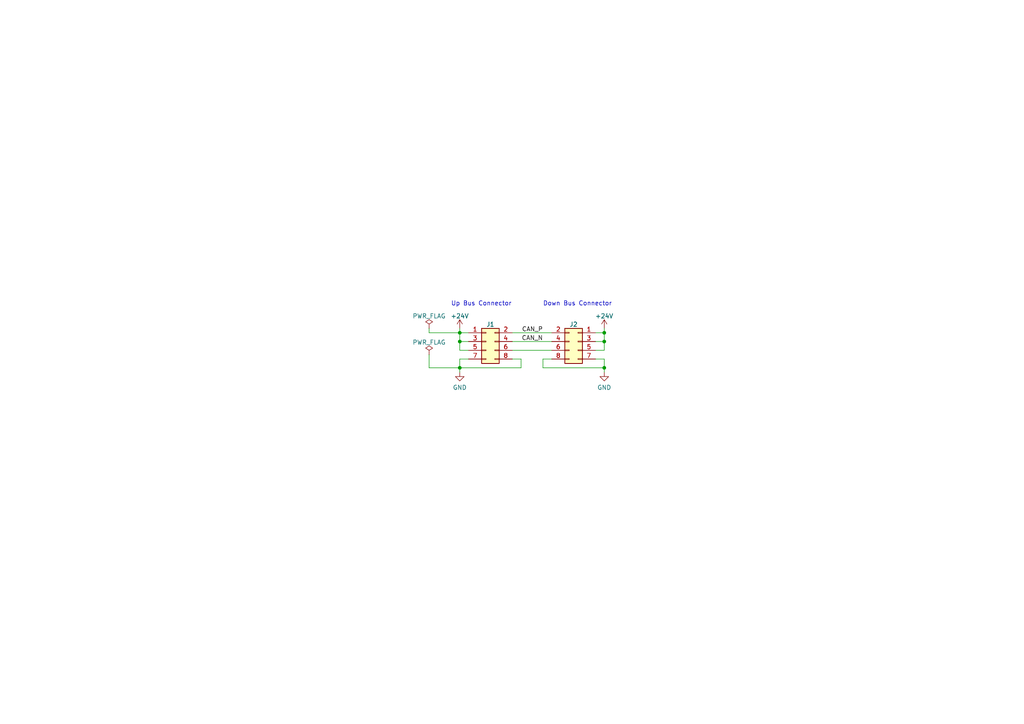
<source format=kicad_sch>
(kicad_sch (version 20211123) (generator eeschema)
  (paper "A4")
  (lib_symbols
    (symbol "Connector_Generic:Conn_02x04_Odd_Even" (pin_names (offset 1.016) hide)
      (property "Reference" "J" (at 1.27 5.08 0))
      (property "Value" "Conn_02x04_Odd_Even" (at 1.27 -7.62 0))
      (symbol "Conn_02x04_Odd_Even_1_1"
        (rectangle (start -1.27 -4.953) (end 0 -5.207) (stroke (width 0.1524)))
        (rectangle (start -1.27 -2.413) (end 0 -2.667) (stroke (width 0.1524)))
        (rectangle (start -1.27 0.127) (end 0 -0.127) (stroke (width 0.1524)))
        (rectangle (start -1.27 2.667) (end 0 2.413) (stroke (width 0.1524)))
        (rectangle (start -1.27 3.81) (end 3.81 -6.35) (stroke (width 0.254)) (fill (type background)))
        (rectangle (start 3.81 -4.953) (end 2.54 -5.207) (stroke (width 0.1524)))
        (rectangle (start 3.81 -2.413) (end 2.54 -2.667) (stroke (width 0.1524)))
        (rectangle (start 3.81 0.127) (end 2.54 -0.127) (stroke (width 0.1524)))
        (rectangle (start 3.81 2.667) (end 2.54 2.413) (stroke (width 0.1524)))
        (pin passive line (at -5.08 2.54 0) (length 3.81) (name "Pin_1") (number "1"))
        (pin passive line (at 7.62 2.54 180) (length 3.81) (name "Pin_2") (number "2"))
        (pin passive line (at -5.08 0 0) (length 3.81) (name "Pin_3") (number "3"))
        (pin passive line (at 7.62 0 180) (length 3.81) (name "Pin_4") (number "4"))
        (pin passive line (at -5.08 -2.54 0) (length 3.81) (name "Pin_5") (number "5"))
        (pin passive line (at 7.62 -2.54 180) (length 3.81) (name "Pin_6") (number "6"))
        (pin passive line (at -5.08 -5.08 0) (length 3.81) (name "Pin_7") (number "7"))
        (pin passive line (at 7.62 -5.08 180) (length 3.81) (name "Pin_8") (number "8"))
      )
    )
    (symbol "power:+24V" (power) (pin_numbers hide) (pin_names (offset 0) hide)
      (property "Value" "+24V" (at 0 3.556 0))
      (symbol "+24V_0_1"
        (polyline (pts (xy -0.762 1.27) (xy 0 2.54)))
        (polyline (pts (xy 0 0) (xy 0 2.54)))
        (polyline (pts (xy 0 2.54) (xy 0.762 1.27)))
      )
      (symbol "+24V_1_1"
        (pin power_in line (at 0 0 90) (length 0) hide (name "+24V") (number "1"))
      )
    )
    (symbol "power:GND" (power) (pin_numbers hide) (pin_names (offset 0) hide)
      (property "Value" "GND" (at 0 -3.81 0))
      (symbol "GND_0_1"
        (polyline (pts (xy 0 0) (xy 0 -1.27) (xy 1.27 -1.27) (xy 0 -2.54) (xy -1.27 -1.27) (xy 0 -1.27)))
      )
      (symbol "GND_1_1"
        (pin power_in line (at 0 0 270) (length 0) hide (name "GND") (number "1"))
      )
    )
    (symbol "power:PWR_FLAG" (power) (pin_numbers hide) (pin_names (offset 0) hide)
      (property "Value" "PWR_FLAG" (at 0 3.81 0))
      (symbol "PWR_FLAG_0_0"
        (pin power_out line (at 0 0 90) (length 0) (name "pwr") (number "1"))
      )
      (symbol "PWR_FLAG_0_1"
        (polyline (pts (xy 0 0) (xy 0 1.27) (xy -1.016 1.905) (xy 0 2.54) (xy 1.016 1.905) (xy 0 1.27)))
      )
    )
  )
  (junction (at 133.35 96.52))
  (junction (at 133.35 99.06))
  (junction (at 175.26 96.52))
  (junction (at 175.26 99.06))
  (junction (at 133.35 106.68))
  (junction (at 175.26 106.68))
  (wire (pts (xy 124.46 102.87) (xy 124.46 106.68)))
  (wire (pts (xy 172.72 101.6) (xy 175.26 101.6)))
  (wire (pts (xy 157.48 104.14) (xy 160.02 104.14)))
  (wire (pts (xy 148.59 101.6) (xy 160.02 101.6)))
  (wire (pts (xy 135.89 96.52) (xy 133.35 96.52)))
  (wire (pts (xy 133.35 106.68) (xy 133.35 107.95)))
  (wire (pts (xy 157.48 104.14) (xy 157.48 106.68)))
  (wire (pts (xy 175.26 99.06) (xy 175.26 96.52)))
  (wire (pts (xy 172.72 96.52) (xy 175.26 96.52)))
  (wire (pts (xy 175.26 104.14) (xy 175.26 106.68)))
  (wire (pts (xy 124.46 106.68) (xy 133.35 106.68)))
  (wire (pts (xy 135.89 99.06) (xy 133.35 99.06)))
  (wire (pts (xy 148.59 99.06) (xy 160.02 99.06)))
  (wire (pts (xy 151.13 104.14) (xy 148.59 104.14)))
  (wire (pts (xy 133.35 96.52) (xy 133.35 95.25)))
  (wire (pts (xy 124.46 96.52) (xy 133.35 96.52)))
  (wire (pts (xy 124.46 95.25) (xy 124.46 96.52)))
  (wire (pts (xy 175.26 99.06) (xy 175.26 101.6)))
  (wire (pts (xy 148.59 96.52) (xy 160.02 96.52)))
  (wire (pts (xy 157.48 106.68) (xy 175.26 106.68)))
  (wire (pts (xy 133.35 99.06) (xy 133.35 96.52)))
  (wire (pts (xy 133.35 106.68) (xy 151.13 106.68)))
  (wire (pts (xy 135.89 104.14) (xy 133.35 104.14)))
  (wire (pts (xy 151.13 106.68) (xy 151.13 104.14)))
  (wire (pts (xy 175.26 104.14) (xy 172.72 104.14)))
  (wire (pts (xy 133.35 99.06) (xy 133.35 101.6)))
  (wire (pts (xy 133.35 104.14) (xy 133.35 106.68)))
  (wire (pts (xy 133.35 101.6) (xy 135.89 101.6)))
  (wire (pts (xy 172.72 99.06) (xy 175.26 99.06)))
  (wire (pts (xy 175.26 106.68) (xy 175.26 107.95)))
  (wire (pts (xy 175.26 96.52) (xy 175.26 95.25)))
  (text "Up Bus Connector" (at 130.81 88.9 0) (effects (font (size 1.27 1.27)) (justify left bottom)))
  (text "Down Bus Connector" (at 157.48 88.9 0) (effects (font (size 1.27 1.27)) (justify left bottom)))
  (label "CAN_N" (at 157.48 99.06 180))
  (label "CAN_P" (at 157.48 96.52 180))
  (symbol (lib_id "Connector_Generic:Conn_02x04_Odd_Even") (at 140.97 99.06 0) (unit 1)
    (property "Reference" "J1" (at 142.24 94.0872 0))
    (property "Value" "Conn_02x04_Odd_Even" (effects hide))
    (property "Footprint" "Connector_PinSocket_2.54mm:PinSocket_2x04_P2.54mm_Vertical" (effects hide))
  )
  (symbol (lib_id "power:PWR_FLAG") (at 124.46 102.87 0) (unit 1)
    (property "Reference" "#FLG0102" (effects hide))
    (property "Value" "PWR_FLAG" (at 124.46 99.2942 0))
  )
  (symbol (lib_id "power:GND") (at 133.35 107.95 0) (unit 1)
    (property "Reference" "#PWR02" (effects hide))
    (property "Value" "GND" (at 133.35 112.3934 0))
  )
  (symbol (lib_id "power:PWR_FLAG") (at 124.46 95.25 0) (unit 1)
    (property "Reference" "#FLG0101" (effects hide))
    (property "Value" "PWR_FLAG" (at 124.46 91.6742 0))
  )
  (symbol (lib_id "power:+24V") (at 175.26 95.25 0) (mirror y) (unit 1)
    (property "Reference" "#PWR03" (effects hide))
    (property "Value" "+24V" (at 175.26 91.6742 0))
  )
  (symbol (lib_id "power:+24V") (at 133.35 95.25 0) (unit 1)
    (property "Reference" "#PWR01" (effects hide))
    (property "Value" "+24V" (at 133.35 91.6742 0))
  )
  (symbol (lib_id "Connector_Generic:Conn_02x04_Odd_Even") (at 167.64 99.06 0) (mirror y) (unit 1)
    (property "Reference" "J2" (at 166.37 94.0872 0))
    (property "Value" "Conn_02x04_Odd_Even" (effects hide))
    (property "Footprint" "Connector_PinSocket_2.54mm:PinSocket_2x04_P2.54mm_Vertical" (effects hide))
  )
  (symbol (lib_id "power:GND") (at 175.26 107.95 0) (mirror y) (unit 1)
    (property "Reference" "#PWR04" (effects hide))
    (property "Value" "GND" (at 175.26 112.3934 0))
  )
)
</source>
